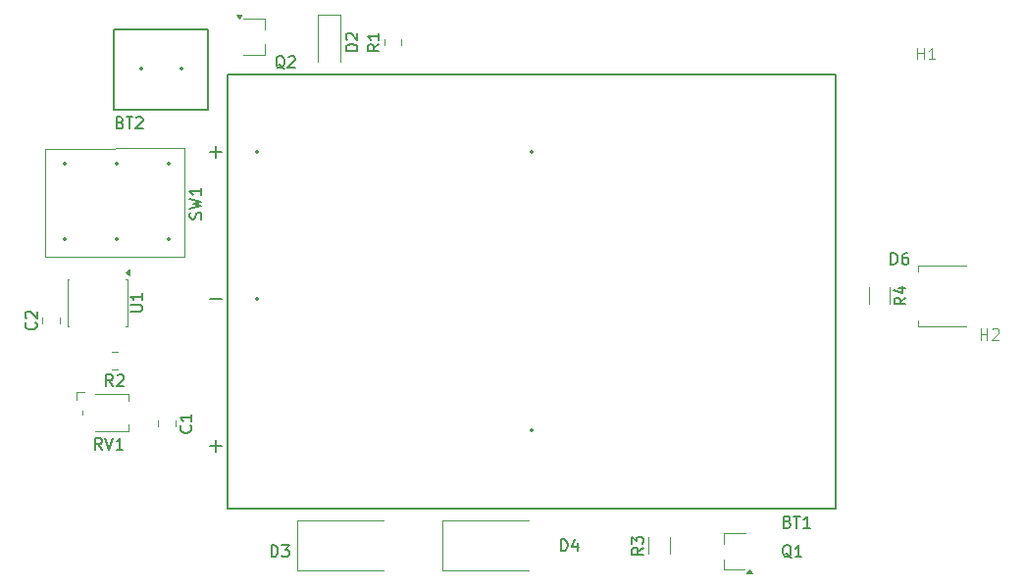
<source format=gto>
%TF.GenerationSoftware,KiCad,Pcbnew,9.0.6-9.0.6~ubuntu24.04.1*%
%TF.CreationDate,2025-11-29T12:56:03-05:00*%
%TF.ProjectId,CardPCB,43617264-5043-4422-9e6b-696361645f70,rev?*%
%TF.SameCoordinates,Original*%
%TF.FileFunction,Legend,Top*%
%TF.FilePolarity,Positive*%
%FSLAX46Y46*%
G04 Gerber Fmt 4.6, Leading zero omitted, Abs format (unit mm)*
G04 Created by KiCad (PCBNEW 9.0.6-9.0.6~ubuntu24.04.1) date 2025-11-29 12:56:03*
%MOMM*%
%LPD*%
G01*
G04 APERTURE LIST*
%ADD10C,0.150000*%
%ADD11C,0.100000*%
%ADD12C,0.120000*%
%ADD13C,0.127000*%
%ADD14C,0.350000*%
%ADD15C,0.100000*%
G04 APERTURE END LIST*
D10*
X127154761Y-62300057D02*
X127059523Y-62252438D01*
X127059523Y-62252438D02*
X126964285Y-62157200D01*
X126964285Y-62157200D02*
X126821428Y-62014342D01*
X126821428Y-62014342D02*
X126726190Y-61966723D01*
X126726190Y-61966723D02*
X126630952Y-61966723D01*
X126678571Y-62204819D02*
X126583333Y-62157200D01*
X126583333Y-62157200D02*
X126488095Y-62061961D01*
X126488095Y-62061961D02*
X126440476Y-61871485D01*
X126440476Y-61871485D02*
X126440476Y-61538152D01*
X126440476Y-61538152D02*
X126488095Y-61347676D01*
X126488095Y-61347676D02*
X126583333Y-61252438D01*
X126583333Y-61252438D02*
X126678571Y-61204819D01*
X126678571Y-61204819D02*
X126869047Y-61204819D01*
X126869047Y-61204819D02*
X126964285Y-61252438D01*
X126964285Y-61252438D02*
X127059523Y-61347676D01*
X127059523Y-61347676D02*
X127107142Y-61538152D01*
X127107142Y-61538152D02*
X127107142Y-61871485D01*
X127107142Y-61871485D02*
X127059523Y-62061961D01*
X127059523Y-62061961D02*
X126964285Y-62157200D01*
X126964285Y-62157200D02*
X126869047Y-62204819D01*
X126869047Y-62204819D02*
X126678571Y-62204819D01*
X127488095Y-61300057D02*
X127535714Y-61252438D01*
X127535714Y-61252438D02*
X127630952Y-61204819D01*
X127630952Y-61204819D02*
X127869047Y-61204819D01*
X127869047Y-61204819D02*
X127964285Y-61252438D01*
X127964285Y-61252438D02*
X128011904Y-61300057D01*
X128011904Y-61300057D02*
X128059523Y-61395295D01*
X128059523Y-61395295D02*
X128059523Y-61490533D01*
X128059523Y-61490533D02*
X128011904Y-61633390D01*
X128011904Y-61633390D02*
X127440476Y-62204819D01*
X127440476Y-62204819D02*
X128059523Y-62204819D01*
X111404761Y-95204819D02*
X111071428Y-94728628D01*
X110833333Y-95204819D02*
X110833333Y-94204819D01*
X110833333Y-94204819D02*
X111214285Y-94204819D01*
X111214285Y-94204819D02*
X111309523Y-94252438D01*
X111309523Y-94252438D02*
X111357142Y-94300057D01*
X111357142Y-94300057D02*
X111404761Y-94395295D01*
X111404761Y-94395295D02*
X111404761Y-94538152D01*
X111404761Y-94538152D02*
X111357142Y-94633390D01*
X111357142Y-94633390D02*
X111309523Y-94681009D01*
X111309523Y-94681009D02*
X111214285Y-94728628D01*
X111214285Y-94728628D02*
X110833333Y-94728628D01*
X111690476Y-94204819D02*
X112023809Y-95204819D01*
X112023809Y-95204819D02*
X112357142Y-94204819D01*
X113214285Y-95204819D02*
X112642857Y-95204819D01*
X112928571Y-95204819D02*
X112928571Y-94204819D01*
X112928571Y-94204819D02*
X112833333Y-94347676D01*
X112833333Y-94347676D02*
X112738095Y-94442914D01*
X112738095Y-94442914D02*
X112642857Y-94490533D01*
X158124819Y-103666666D02*
X157648628Y-103999999D01*
X158124819Y-104238094D02*
X157124819Y-104238094D01*
X157124819Y-104238094D02*
X157124819Y-103857142D01*
X157124819Y-103857142D02*
X157172438Y-103761904D01*
X157172438Y-103761904D02*
X157220057Y-103714285D01*
X157220057Y-103714285D02*
X157315295Y-103666666D01*
X157315295Y-103666666D02*
X157458152Y-103666666D01*
X157458152Y-103666666D02*
X157553390Y-103714285D01*
X157553390Y-103714285D02*
X157601009Y-103761904D01*
X157601009Y-103761904D02*
X157648628Y-103857142D01*
X157648628Y-103857142D02*
X157648628Y-104238094D01*
X157124819Y-103333332D02*
X157124819Y-102714285D01*
X157124819Y-102714285D02*
X157505771Y-103047618D01*
X157505771Y-103047618D02*
X157505771Y-102904761D01*
X157505771Y-102904761D02*
X157553390Y-102809523D01*
X157553390Y-102809523D02*
X157601009Y-102761904D01*
X157601009Y-102761904D02*
X157696247Y-102714285D01*
X157696247Y-102714285D02*
X157934342Y-102714285D01*
X157934342Y-102714285D02*
X158029580Y-102761904D01*
X158029580Y-102761904D02*
X158077200Y-102809523D01*
X158077200Y-102809523D02*
X158124819Y-102904761D01*
X158124819Y-102904761D02*
X158124819Y-103190475D01*
X158124819Y-103190475D02*
X158077200Y-103285713D01*
X158077200Y-103285713D02*
X158029580Y-103333332D01*
X119039580Y-93116666D02*
X119087200Y-93164285D01*
X119087200Y-93164285D02*
X119134819Y-93307142D01*
X119134819Y-93307142D02*
X119134819Y-93402380D01*
X119134819Y-93402380D02*
X119087200Y-93545237D01*
X119087200Y-93545237D02*
X118991961Y-93640475D01*
X118991961Y-93640475D02*
X118896723Y-93688094D01*
X118896723Y-93688094D02*
X118706247Y-93735713D01*
X118706247Y-93735713D02*
X118563390Y-93735713D01*
X118563390Y-93735713D02*
X118372914Y-93688094D01*
X118372914Y-93688094D02*
X118277676Y-93640475D01*
X118277676Y-93640475D02*
X118182438Y-93545237D01*
X118182438Y-93545237D02*
X118134819Y-93402380D01*
X118134819Y-93402380D02*
X118134819Y-93307142D01*
X118134819Y-93307142D02*
X118182438Y-93164285D01*
X118182438Y-93164285D02*
X118230057Y-93116666D01*
X119134819Y-92164285D02*
X119134819Y-92735713D01*
X119134819Y-92449999D02*
X118134819Y-92449999D01*
X118134819Y-92449999D02*
X118277676Y-92545237D01*
X118277676Y-92545237D02*
X118372914Y-92640475D01*
X118372914Y-92640475D02*
X118420533Y-92735713D01*
X135304819Y-60166666D02*
X134828628Y-60499999D01*
X135304819Y-60738094D02*
X134304819Y-60738094D01*
X134304819Y-60738094D02*
X134304819Y-60357142D01*
X134304819Y-60357142D02*
X134352438Y-60261904D01*
X134352438Y-60261904D02*
X134400057Y-60214285D01*
X134400057Y-60214285D02*
X134495295Y-60166666D01*
X134495295Y-60166666D02*
X134638152Y-60166666D01*
X134638152Y-60166666D02*
X134733390Y-60214285D01*
X134733390Y-60214285D02*
X134781009Y-60261904D01*
X134781009Y-60261904D02*
X134828628Y-60357142D01*
X134828628Y-60357142D02*
X134828628Y-60738094D01*
X135304819Y-59214285D02*
X135304819Y-59785713D01*
X135304819Y-59499999D02*
X134304819Y-59499999D01*
X134304819Y-59499999D02*
X134447676Y-59595237D01*
X134447676Y-59595237D02*
X134542914Y-59690475D01*
X134542914Y-59690475D02*
X134590533Y-59785713D01*
X170904761Y-104550057D02*
X170809523Y-104502438D01*
X170809523Y-104502438D02*
X170714285Y-104407200D01*
X170714285Y-104407200D02*
X170571428Y-104264342D01*
X170571428Y-104264342D02*
X170476190Y-104216723D01*
X170476190Y-104216723D02*
X170380952Y-104216723D01*
X170428571Y-104454819D02*
X170333333Y-104407200D01*
X170333333Y-104407200D02*
X170238095Y-104311961D01*
X170238095Y-104311961D02*
X170190476Y-104121485D01*
X170190476Y-104121485D02*
X170190476Y-103788152D01*
X170190476Y-103788152D02*
X170238095Y-103597676D01*
X170238095Y-103597676D02*
X170333333Y-103502438D01*
X170333333Y-103502438D02*
X170428571Y-103454819D01*
X170428571Y-103454819D02*
X170619047Y-103454819D01*
X170619047Y-103454819D02*
X170714285Y-103502438D01*
X170714285Y-103502438D02*
X170809523Y-103597676D01*
X170809523Y-103597676D02*
X170857142Y-103788152D01*
X170857142Y-103788152D02*
X170857142Y-104121485D01*
X170857142Y-104121485D02*
X170809523Y-104311961D01*
X170809523Y-104311961D02*
X170714285Y-104407200D01*
X170714285Y-104407200D02*
X170619047Y-104454819D01*
X170619047Y-104454819D02*
X170428571Y-104454819D01*
X171809523Y-104454819D02*
X171238095Y-104454819D01*
X171523809Y-104454819D02*
X171523809Y-103454819D01*
X171523809Y-103454819D02*
X171428571Y-103597676D01*
X171428571Y-103597676D02*
X171333333Y-103692914D01*
X171333333Y-103692914D02*
X171238095Y-103740533D01*
X119927200Y-75283332D02*
X119974819Y-75140475D01*
X119974819Y-75140475D02*
X119974819Y-74902380D01*
X119974819Y-74902380D02*
X119927200Y-74807142D01*
X119927200Y-74807142D02*
X119879580Y-74759523D01*
X119879580Y-74759523D02*
X119784342Y-74711904D01*
X119784342Y-74711904D02*
X119689104Y-74711904D01*
X119689104Y-74711904D02*
X119593866Y-74759523D01*
X119593866Y-74759523D02*
X119546247Y-74807142D01*
X119546247Y-74807142D02*
X119498628Y-74902380D01*
X119498628Y-74902380D02*
X119451009Y-75092856D01*
X119451009Y-75092856D02*
X119403390Y-75188094D01*
X119403390Y-75188094D02*
X119355771Y-75235713D01*
X119355771Y-75235713D02*
X119260533Y-75283332D01*
X119260533Y-75283332D02*
X119165295Y-75283332D01*
X119165295Y-75283332D02*
X119070057Y-75235713D01*
X119070057Y-75235713D02*
X119022438Y-75188094D01*
X119022438Y-75188094D02*
X118974819Y-75092856D01*
X118974819Y-75092856D02*
X118974819Y-74854761D01*
X118974819Y-74854761D02*
X119022438Y-74711904D01*
X118974819Y-74378570D02*
X119974819Y-74140475D01*
X119974819Y-74140475D02*
X119260533Y-73949999D01*
X119260533Y-73949999D02*
X119974819Y-73759523D01*
X119974819Y-73759523D02*
X118974819Y-73521428D01*
X119974819Y-72616666D02*
X119974819Y-73188094D01*
X119974819Y-72902380D02*
X118974819Y-72902380D01*
X118974819Y-72902380D02*
X119117676Y-72997618D01*
X119117676Y-72997618D02*
X119212914Y-73092856D01*
X119212914Y-73092856D02*
X119260533Y-73188094D01*
D11*
X181738095Y-61457419D02*
X181738095Y-60457419D01*
X181738095Y-60933609D02*
X182309523Y-60933609D01*
X182309523Y-61457419D02*
X182309523Y-60457419D01*
X183309523Y-61457419D02*
X182738095Y-61457419D01*
X183023809Y-61457419D02*
X183023809Y-60457419D01*
X183023809Y-60457419D02*
X182928571Y-60600276D01*
X182928571Y-60600276D02*
X182833333Y-60695514D01*
X182833333Y-60695514D02*
X182738095Y-60743133D01*
X187238095Y-85707419D02*
X187238095Y-84707419D01*
X187238095Y-85183609D02*
X187809523Y-85183609D01*
X187809523Y-85707419D02*
X187809523Y-84707419D01*
X188238095Y-84802657D02*
X188285714Y-84755038D01*
X188285714Y-84755038D02*
X188380952Y-84707419D01*
X188380952Y-84707419D02*
X188619047Y-84707419D01*
X188619047Y-84707419D02*
X188714285Y-84755038D01*
X188714285Y-84755038D02*
X188761904Y-84802657D01*
X188761904Y-84802657D02*
X188809523Y-84897895D01*
X188809523Y-84897895D02*
X188809523Y-84993133D01*
X188809523Y-84993133D02*
X188761904Y-85135990D01*
X188761904Y-85135990D02*
X188190476Y-85707419D01*
X188190476Y-85707419D02*
X188809523Y-85707419D01*
D10*
X113854819Y-83261904D02*
X114664342Y-83261904D01*
X114664342Y-83261904D02*
X114759580Y-83214285D01*
X114759580Y-83214285D02*
X114807200Y-83166666D01*
X114807200Y-83166666D02*
X114854819Y-83071428D01*
X114854819Y-83071428D02*
X114854819Y-82880952D01*
X114854819Y-82880952D02*
X114807200Y-82785714D01*
X114807200Y-82785714D02*
X114759580Y-82738095D01*
X114759580Y-82738095D02*
X114664342Y-82690476D01*
X114664342Y-82690476D02*
X113854819Y-82690476D01*
X114854819Y-81690476D02*
X114854819Y-82261904D01*
X114854819Y-81976190D02*
X113854819Y-81976190D01*
X113854819Y-81976190D02*
X113997676Y-82071428D01*
X113997676Y-82071428D02*
X114092914Y-82166666D01*
X114092914Y-82166666D02*
X114140533Y-82261904D01*
X133454819Y-60738094D02*
X132454819Y-60738094D01*
X132454819Y-60738094D02*
X132454819Y-60499999D01*
X132454819Y-60499999D02*
X132502438Y-60357142D01*
X132502438Y-60357142D02*
X132597676Y-60261904D01*
X132597676Y-60261904D02*
X132692914Y-60214285D01*
X132692914Y-60214285D02*
X132883390Y-60166666D01*
X132883390Y-60166666D02*
X133026247Y-60166666D01*
X133026247Y-60166666D02*
X133216723Y-60214285D01*
X133216723Y-60214285D02*
X133311961Y-60261904D01*
X133311961Y-60261904D02*
X133407200Y-60357142D01*
X133407200Y-60357142D02*
X133454819Y-60499999D01*
X133454819Y-60499999D02*
X133454819Y-60738094D01*
X132550057Y-59785713D02*
X132502438Y-59738094D01*
X132502438Y-59738094D02*
X132454819Y-59642856D01*
X132454819Y-59642856D02*
X132454819Y-59404761D01*
X132454819Y-59404761D02*
X132502438Y-59309523D01*
X132502438Y-59309523D02*
X132550057Y-59261904D01*
X132550057Y-59261904D02*
X132645295Y-59214285D01*
X132645295Y-59214285D02*
X132740533Y-59214285D01*
X132740533Y-59214285D02*
X132883390Y-59261904D01*
X132883390Y-59261904D02*
X133454819Y-59833332D01*
X133454819Y-59833332D02*
X133454819Y-59214285D01*
X105679580Y-84216666D02*
X105727200Y-84264285D01*
X105727200Y-84264285D02*
X105774819Y-84407142D01*
X105774819Y-84407142D02*
X105774819Y-84502380D01*
X105774819Y-84502380D02*
X105727200Y-84645237D01*
X105727200Y-84645237D02*
X105631961Y-84740475D01*
X105631961Y-84740475D02*
X105536723Y-84788094D01*
X105536723Y-84788094D02*
X105346247Y-84835713D01*
X105346247Y-84835713D02*
X105203390Y-84835713D01*
X105203390Y-84835713D02*
X105012914Y-84788094D01*
X105012914Y-84788094D02*
X104917676Y-84740475D01*
X104917676Y-84740475D02*
X104822438Y-84645237D01*
X104822438Y-84645237D02*
X104774819Y-84502380D01*
X104774819Y-84502380D02*
X104774819Y-84407142D01*
X104774819Y-84407142D02*
X104822438Y-84264285D01*
X104822438Y-84264285D02*
X104870057Y-84216666D01*
X104870057Y-83835713D02*
X104822438Y-83788094D01*
X104822438Y-83788094D02*
X104774819Y-83692856D01*
X104774819Y-83692856D02*
X104774819Y-83454761D01*
X104774819Y-83454761D02*
X104822438Y-83359523D01*
X104822438Y-83359523D02*
X104870057Y-83311904D01*
X104870057Y-83311904D02*
X104965295Y-83264285D01*
X104965295Y-83264285D02*
X105060533Y-83264285D01*
X105060533Y-83264285D02*
X105203390Y-83311904D01*
X105203390Y-83311904D02*
X105774819Y-83883332D01*
X105774819Y-83883332D02*
X105774819Y-83264285D01*
X151011905Y-103954819D02*
X151011905Y-102954819D01*
X151011905Y-102954819D02*
X151250000Y-102954819D01*
X151250000Y-102954819D02*
X151392857Y-103002438D01*
X151392857Y-103002438D02*
X151488095Y-103097676D01*
X151488095Y-103097676D02*
X151535714Y-103192914D01*
X151535714Y-103192914D02*
X151583333Y-103383390D01*
X151583333Y-103383390D02*
X151583333Y-103526247D01*
X151583333Y-103526247D02*
X151535714Y-103716723D01*
X151535714Y-103716723D02*
X151488095Y-103811961D01*
X151488095Y-103811961D02*
X151392857Y-103907200D01*
X151392857Y-103907200D02*
X151250000Y-103954819D01*
X151250000Y-103954819D02*
X151011905Y-103954819D01*
X152440476Y-103288152D02*
X152440476Y-103954819D01*
X152202381Y-102907200D02*
X151964286Y-103621485D01*
X151964286Y-103621485D02*
X152583333Y-103621485D01*
X112333333Y-89704819D02*
X112000000Y-89228628D01*
X111761905Y-89704819D02*
X111761905Y-88704819D01*
X111761905Y-88704819D02*
X112142857Y-88704819D01*
X112142857Y-88704819D02*
X112238095Y-88752438D01*
X112238095Y-88752438D02*
X112285714Y-88800057D01*
X112285714Y-88800057D02*
X112333333Y-88895295D01*
X112333333Y-88895295D02*
X112333333Y-89038152D01*
X112333333Y-89038152D02*
X112285714Y-89133390D01*
X112285714Y-89133390D02*
X112238095Y-89181009D01*
X112238095Y-89181009D02*
X112142857Y-89228628D01*
X112142857Y-89228628D02*
X111761905Y-89228628D01*
X112714286Y-88800057D02*
X112761905Y-88752438D01*
X112761905Y-88752438D02*
X112857143Y-88704819D01*
X112857143Y-88704819D02*
X113095238Y-88704819D01*
X113095238Y-88704819D02*
X113190476Y-88752438D01*
X113190476Y-88752438D02*
X113238095Y-88800057D01*
X113238095Y-88800057D02*
X113285714Y-88895295D01*
X113285714Y-88895295D02*
X113285714Y-88990533D01*
X113285714Y-88990533D02*
X113238095Y-89133390D01*
X113238095Y-89133390D02*
X112666667Y-89704819D01*
X112666667Y-89704819D02*
X113285714Y-89704819D01*
X179511905Y-79204819D02*
X179511905Y-78204819D01*
X179511905Y-78204819D02*
X179750000Y-78204819D01*
X179750000Y-78204819D02*
X179892857Y-78252438D01*
X179892857Y-78252438D02*
X179988095Y-78347676D01*
X179988095Y-78347676D02*
X180035714Y-78442914D01*
X180035714Y-78442914D02*
X180083333Y-78633390D01*
X180083333Y-78633390D02*
X180083333Y-78776247D01*
X180083333Y-78776247D02*
X180035714Y-78966723D01*
X180035714Y-78966723D02*
X179988095Y-79061961D01*
X179988095Y-79061961D02*
X179892857Y-79157200D01*
X179892857Y-79157200D02*
X179750000Y-79204819D01*
X179750000Y-79204819D02*
X179511905Y-79204819D01*
X180940476Y-78204819D02*
X180750000Y-78204819D01*
X180750000Y-78204819D02*
X180654762Y-78252438D01*
X180654762Y-78252438D02*
X180607143Y-78300057D01*
X180607143Y-78300057D02*
X180511905Y-78442914D01*
X180511905Y-78442914D02*
X180464286Y-78633390D01*
X180464286Y-78633390D02*
X180464286Y-79014342D01*
X180464286Y-79014342D02*
X180511905Y-79109580D01*
X180511905Y-79109580D02*
X180559524Y-79157200D01*
X180559524Y-79157200D02*
X180654762Y-79204819D01*
X180654762Y-79204819D02*
X180845238Y-79204819D01*
X180845238Y-79204819D02*
X180940476Y-79157200D01*
X180940476Y-79157200D02*
X180988095Y-79109580D01*
X180988095Y-79109580D02*
X181035714Y-79014342D01*
X181035714Y-79014342D02*
X181035714Y-78776247D01*
X181035714Y-78776247D02*
X180988095Y-78681009D01*
X180988095Y-78681009D02*
X180940476Y-78633390D01*
X180940476Y-78633390D02*
X180845238Y-78585771D01*
X180845238Y-78585771D02*
X180654762Y-78585771D01*
X180654762Y-78585771D02*
X180559524Y-78633390D01*
X180559524Y-78633390D02*
X180511905Y-78681009D01*
X180511905Y-78681009D02*
X180464286Y-78776247D01*
X112963821Y-66930974D02*
X113106762Y-66978621D01*
X113106762Y-66978621D02*
X113154410Y-67026268D01*
X113154410Y-67026268D02*
X113202057Y-67121562D01*
X113202057Y-67121562D02*
X113202057Y-67264504D01*
X113202057Y-67264504D02*
X113154410Y-67359798D01*
X113154410Y-67359798D02*
X113106762Y-67407446D01*
X113106762Y-67407446D02*
X113011468Y-67455093D01*
X113011468Y-67455093D02*
X112630290Y-67455093D01*
X112630290Y-67455093D02*
X112630290Y-66454502D01*
X112630290Y-66454502D02*
X112963821Y-66454502D01*
X112963821Y-66454502D02*
X113059115Y-66502149D01*
X113059115Y-66502149D02*
X113106762Y-66549796D01*
X113106762Y-66549796D02*
X113154410Y-66645090D01*
X113154410Y-66645090D02*
X113154410Y-66740385D01*
X113154410Y-66740385D02*
X113106762Y-66835679D01*
X113106762Y-66835679D02*
X113059115Y-66883326D01*
X113059115Y-66883326D02*
X112963821Y-66930974D01*
X112963821Y-66930974D02*
X112630290Y-66930974D01*
X113487940Y-66454502D02*
X114059706Y-66454502D01*
X113773823Y-67455093D02*
X113773823Y-66454502D01*
X114345589Y-66549796D02*
X114393236Y-66502149D01*
X114393236Y-66502149D02*
X114488531Y-66454502D01*
X114488531Y-66454502D02*
X114726767Y-66454502D01*
X114726767Y-66454502D02*
X114822061Y-66502149D01*
X114822061Y-66502149D02*
X114869708Y-66549796D01*
X114869708Y-66549796D02*
X114917356Y-66645090D01*
X114917356Y-66645090D02*
X114917356Y-66740385D01*
X114917356Y-66740385D02*
X114869708Y-66883326D01*
X114869708Y-66883326D02*
X114297942Y-67455093D01*
X114297942Y-67455093D02*
X114917356Y-67455093D01*
X180784819Y-82066666D02*
X180308628Y-82399999D01*
X180784819Y-82638094D02*
X179784819Y-82638094D01*
X179784819Y-82638094D02*
X179784819Y-82257142D01*
X179784819Y-82257142D02*
X179832438Y-82161904D01*
X179832438Y-82161904D02*
X179880057Y-82114285D01*
X179880057Y-82114285D02*
X179975295Y-82066666D01*
X179975295Y-82066666D02*
X180118152Y-82066666D01*
X180118152Y-82066666D02*
X180213390Y-82114285D01*
X180213390Y-82114285D02*
X180261009Y-82161904D01*
X180261009Y-82161904D02*
X180308628Y-82257142D01*
X180308628Y-82257142D02*
X180308628Y-82638094D01*
X180118152Y-81209523D02*
X180784819Y-81209523D01*
X179737200Y-81447618D02*
X180451485Y-81685713D01*
X180451485Y-81685713D02*
X180451485Y-81066666D01*
X170574285Y-101431009D02*
X170717142Y-101478628D01*
X170717142Y-101478628D02*
X170764761Y-101526247D01*
X170764761Y-101526247D02*
X170812380Y-101621485D01*
X170812380Y-101621485D02*
X170812380Y-101764342D01*
X170812380Y-101764342D02*
X170764761Y-101859580D01*
X170764761Y-101859580D02*
X170717142Y-101907200D01*
X170717142Y-101907200D02*
X170621904Y-101954819D01*
X170621904Y-101954819D02*
X170240952Y-101954819D01*
X170240952Y-101954819D02*
X170240952Y-100954819D01*
X170240952Y-100954819D02*
X170574285Y-100954819D01*
X170574285Y-100954819D02*
X170669523Y-101002438D01*
X170669523Y-101002438D02*
X170717142Y-101050057D01*
X170717142Y-101050057D02*
X170764761Y-101145295D01*
X170764761Y-101145295D02*
X170764761Y-101240533D01*
X170764761Y-101240533D02*
X170717142Y-101335771D01*
X170717142Y-101335771D02*
X170669523Y-101383390D01*
X170669523Y-101383390D02*
X170574285Y-101431009D01*
X170574285Y-101431009D02*
X170240952Y-101431009D01*
X171098095Y-100954819D02*
X171669523Y-100954819D01*
X171383809Y-101954819D02*
X171383809Y-100954819D01*
X172526666Y-101954819D02*
X171955238Y-101954819D01*
X172240952Y-101954819D02*
X172240952Y-100954819D01*
X172240952Y-100954819D02*
X172145714Y-101097676D01*
X172145714Y-101097676D02*
X172050476Y-101192914D01*
X172050476Y-101192914D02*
X171955238Y-101240533D01*
X126011905Y-104454819D02*
X126011905Y-103454819D01*
X126011905Y-103454819D02*
X126250000Y-103454819D01*
X126250000Y-103454819D02*
X126392857Y-103502438D01*
X126392857Y-103502438D02*
X126488095Y-103597676D01*
X126488095Y-103597676D02*
X126535714Y-103692914D01*
X126535714Y-103692914D02*
X126583333Y-103883390D01*
X126583333Y-103883390D02*
X126583333Y-104026247D01*
X126583333Y-104026247D02*
X126535714Y-104216723D01*
X126535714Y-104216723D02*
X126488095Y-104311961D01*
X126488095Y-104311961D02*
X126392857Y-104407200D01*
X126392857Y-104407200D02*
X126250000Y-104454819D01*
X126250000Y-104454819D02*
X126011905Y-104454819D01*
X126916667Y-103454819D02*
X127535714Y-103454819D01*
X127535714Y-103454819D02*
X127202381Y-103835771D01*
X127202381Y-103835771D02*
X127345238Y-103835771D01*
X127345238Y-103835771D02*
X127440476Y-103883390D01*
X127440476Y-103883390D02*
X127488095Y-103931009D01*
X127488095Y-103931009D02*
X127535714Y-104026247D01*
X127535714Y-104026247D02*
X127535714Y-104264342D01*
X127535714Y-104264342D02*
X127488095Y-104359580D01*
X127488095Y-104359580D02*
X127440476Y-104407200D01*
X127440476Y-104407200D02*
X127345238Y-104454819D01*
X127345238Y-104454819D02*
X127059524Y-104454819D01*
X127059524Y-104454819D02*
X126964286Y-104407200D01*
X126964286Y-104407200D02*
X126916667Y-104359580D01*
D12*
%TO.C,Q2*%
X125445000Y-60190000D02*
X125445000Y-61080000D01*
X125445000Y-61080000D02*
X123595000Y-61080000D01*
X125460000Y-57960000D02*
X123610000Y-57960000D01*
X125460000Y-57960000D02*
X125460000Y-58850000D01*
X123220000Y-57950000D02*
X122980000Y-57620000D01*
X123460000Y-57620000D01*
X123220000Y-57950000D01*
G36*
X123220000Y-57950000D02*
G01*
X122980000Y-57620000D01*
X123460000Y-57620000D01*
X123220000Y-57950000D01*
G37*
%TO.C,RV1*%
X109200000Y-90200000D02*
X109200000Y-90900000D01*
X109700000Y-91800000D02*
X109700000Y-92200000D01*
X109900000Y-90200000D02*
X109200000Y-90200000D01*
X110800000Y-90400000D02*
X113700000Y-90400000D01*
X110800000Y-93600000D02*
X113700000Y-93600000D01*
X113700000Y-90400000D02*
X113700000Y-91000000D01*
X113700000Y-93600000D02*
X113700000Y-93000000D01*
%TO.C,R3*%
X158590000Y-104227064D02*
X158590000Y-102772936D01*
X160410000Y-104227064D02*
X160410000Y-102772936D01*
%TO.C,C1*%
X116265000Y-92688748D02*
X116265000Y-93211252D01*
X117735000Y-92688748D02*
X117735000Y-93211252D01*
%TO.C,R1*%
X135765000Y-60227064D02*
X135765000Y-59772936D01*
X137235000Y-60227064D02*
X137235000Y-59772936D01*
%TO.C,Q1*%
X165040000Y-105560000D02*
X165040000Y-104670000D01*
X165040000Y-105560000D02*
X166890000Y-105560000D01*
X165055000Y-102440000D02*
X166905000Y-102440000D01*
X165055000Y-103330000D02*
X165055000Y-102440000D01*
X167520000Y-105880000D02*
X167040000Y-105880000D01*
X167280000Y-105550000D01*
X167520000Y-105880000D01*
G36*
X167520000Y-105880000D02*
G01*
X167040000Y-105880000D01*
X167280000Y-105550000D01*
X167520000Y-105880000D01*
G37*
%TO.C,SW1*%
X106520000Y-69200000D02*
X106520000Y-78550000D01*
X106520000Y-69200000D02*
X118490800Y-69158880D01*
X118470000Y-78550000D02*
X106520000Y-78550000D01*
X118490800Y-69158880D02*
X118490800Y-78550000D01*
%TO.C,U1*%
X108440000Y-80440000D02*
X108535000Y-80440000D01*
X108440000Y-84560000D02*
X108440000Y-80440000D01*
X108535000Y-84560000D02*
X108440000Y-84560000D01*
X113465000Y-80440000D02*
X113560000Y-80440000D01*
X113560000Y-80440000D02*
X113560000Y-84560000D01*
X113560000Y-84560000D02*
X113465000Y-84560000D01*
X113800000Y-80140000D02*
X113470000Y-79900000D01*
X113800000Y-79660000D01*
X113800000Y-80140000D01*
G36*
X113800000Y-80140000D02*
G01*
X113470000Y-79900000D01*
X113800000Y-79660000D01*
X113800000Y-80140000D01*
G37*
%TO.C,D2*%
X130000000Y-57640000D02*
X130000000Y-61650000D01*
X132000000Y-57640000D02*
X130000000Y-57640000D01*
X132000000Y-57640000D02*
X132000000Y-61650000D01*
%TO.C,C2*%
X106265000Y-84311252D02*
X106265000Y-83788748D01*
X107735000Y-84311252D02*
X107735000Y-83788748D01*
%TO.C,D4*%
X140790000Y-101350000D02*
X140790000Y-105650000D01*
X140790000Y-101350000D02*
X148200000Y-101350000D01*
X140790000Y-105650000D02*
X148200000Y-105650000D01*
%TO.C,R2*%
X112727064Y-86765000D02*
X112272936Y-86765000D01*
X112727064Y-88235000D02*
X112272936Y-88235000D01*
%TO.C,D6*%
X181810000Y-79275000D02*
X181810000Y-79825000D01*
X181810000Y-84575000D02*
X181810000Y-84075000D01*
X185960000Y-79275000D02*
X181810000Y-79275000D01*
X185960000Y-84575000D02*
X181810000Y-84575000D01*
D13*
%TO.C,BT2*%
X112450000Y-58850000D02*
X120550000Y-58850000D01*
X112450000Y-65850000D02*
X112450000Y-58850000D01*
X120550000Y-58850000D02*
X120550000Y-65850000D01*
X120550000Y-65850000D02*
X112450000Y-65850000D01*
D12*
%TO.C,R4*%
X177590000Y-81172936D02*
X177590000Y-82627064D01*
X179410000Y-81172936D02*
X179410000Y-82627064D01*
D13*
%TO.C,BT1*%
X121250000Y-70000000D02*
X121250000Y-69000000D01*
X121250000Y-95400000D02*
X121250000Y-94400000D01*
X121750000Y-69500000D02*
X120750000Y-69500000D01*
X121750000Y-82200000D02*
X120750000Y-82200000D01*
X121750000Y-94900000D02*
X120750000Y-94900000D01*
X122250000Y-62750000D02*
X174750000Y-62750000D01*
X122250000Y-100250000D02*
X122250000Y-62750000D01*
X174750000Y-62750000D02*
X174750000Y-100250000D01*
X174750000Y-100250000D02*
X122250000Y-100250000D01*
D12*
%TO.C,D3*%
X128290000Y-101350000D02*
X128290000Y-105650000D01*
X128290000Y-101350000D02*
X135700000Y-101350000D01*
X128290000Y-105650000D02*
X135700000Y-105650000D01*
%TD*%
D14*
X117170000Y-70500000D03*
X112670000Y-70500000D03*
X108170000Y-70500000D03*
X108170000Y-77000000D03*
X112670000Y-77000000D03*
X117170000Y-77000000D03*
D15*
X183500000Y-72000000D03*
X183500000Y-92000000D03*
D14*
X114750000Y-62250000D03*
X118250000Y-62250000D03*
X148500000Y-93500000D03*
X148500000Y-69500000D03*
X124780000Y-69500000D03*
X124780000Y-82200000D03*
M02*

</source>
